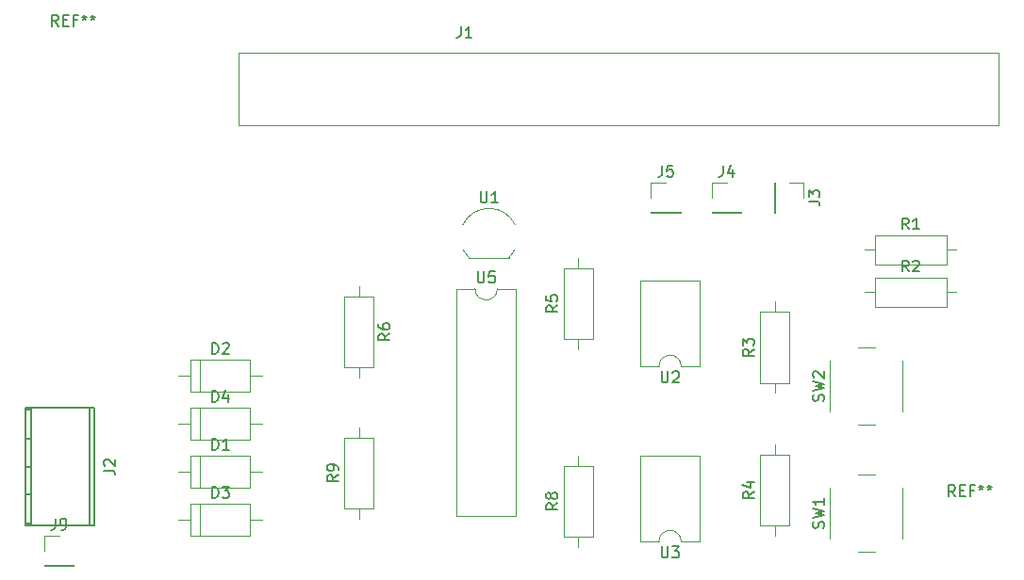
<source format=gbr>
G04 #@! TF.FileFunction,Legend,Top*
%FSLAX46Y46*%
G04 Gerber Fmt 4.6, Leading zero omitted, Abs format (unit mm)*
G04 Created by KiCad (PCBNEW 4.0.6+dfsg1-1) date Sun Dec 10 15:34:36 2017*
%MOMM*%
%LPD*%
G01*
G04 APERTURE LIST*
%ADD10C,1.000000*%
%ADD11C,0.120000*%
%ADD12C,0.150000*%
G04 APERTURE END LIST*
D10*
D11*
X84155001Y-50309500D02*
X152465001Y-50309500D01*
X84155001Y-50309500D02*
X84155001Y-56899500D01*
X152465001Y-56899500D02*
X152465001Y-50309500D01*
X152465001Y-56899500D02*
X84155001Y-56899500D01*
D12*
X71234300Y-92867480D02*
X71234300Y-82265520D01*
X70835520Y-82265520D02*
X70835520Y-92867480D01*
X65534540Y-82265520D02*
X65534540Y-92867480D01*
X65036700Y-92867480D02*
X65036700Y-82265520D01*
X65534540Y-90063320D02*
X65036700Y-90063320D01*
X65534540Y-87566500D02*
X65036700Y-87566500D01*
X65036700Y-82468720D02*
X65534540Y-82468720D01*
X65534540Y-92666820D02*
X65036700Y-92666820D01*
X65036700Y-85069680D02*
X65534540Y-85069680D01*
X65036700Y-92864940D02*
X71234300Y-92864940D01*
X71234300Y-82270600D02*
X65036700Y-82270600D01*
D11*
X143803000Y-93996000D02*
X143803000Y-89496000D01*
X139803000Y-95246000D02*
X141303000Y-95246000D01*
X137303000Y-89496000D02*
X137303000Y-93996000D01*
X141303000Y-88246000D02*
X139803000Y-88246000D01*
X143803000Y-82566000D02*
X143803000Y-78066000D01*
X139803000Y-83816000D02*
X141303000Y-83816000D01*
X137303000Y-78066000D02*
X137303000Y-82566000D01*
X141303000Y-76816000D02*
X139803000Y-76816000D01*
X104880000Y-68779000D02*
X108480000Y-68779000D01*
X104355816Y-68051795D02*
G75*
G03X104880000Y-68779000I2324184J1122795D01*
G01*
X104323600Y-65830193D02*
G75*
G02X106680000Y-64329000I2356400J-1098807D01*
G01*
X109036400Y-65830193D02*
G75*
G03X106680000Y-64329000I-2356400J-1098807D01*
G01*
X109004184Y-68051795D02*
G75*
G02X108480000Y-68779000I-2324184J1122795D01*
G01*
X121936000Y-78546000D02*
G75*
G02X123936000Y-78546000I1000000J0D01*
G01*
X123936000Y-78546000D02*
X125586000Y-78546000D01*
X125586000Y-78546000D02*
X125586000Y-70806000D01*
X125586000Y-70806000D02*
X120286000Y-70806000D01*
X120286000Y-70806000D02*
X120286000Y-78546000D01*
X120286000Y-78546000D02*
X121936000Y-78546000D01*
X121936000Y-94294000D02*
G75*
G02X123936000Y-94294000I1000000J0D01*
G01*
X123936000Y-94294000D02*
X125586000Y-94294000D01*
X125586000Y-94294000D02*
X125586000Y-86554000D01*
X125586000Y-86554000D02*
X120286000Y-86554000D01*
X120286000Y-86554000D02*
X120286000Y-94294000D01*
X120286000Y-94294000D02*
X121936000Y-94294000D01*
X79890000Y-86601000D02*
X79890000Y-89421000D01*
X79890000Y-89421000D02*
X85210000Y-89421000D01*
X85210000Y-89421000D02*
X85210000Y-86601000D01*
X85210000Y-86601000D02*
X79890000Y-86601000D01*
X78750000Y-88011000D02*
X79890000Y-88011000D01*
X86350000Y-88011000D02*
X85210000Y-88011000D01*
X80730000Y-86601000D02*
X80730000Y-89421000D01*
X79890000Y-77965000D02*
X79890000Y-80785000D01*
X79890000Y-80785000D02*
X85210000Y-80785000D01*
X85210000Y-80785000D02*
X85210000Y-77965000D01*
X85210000Y-77965000D02*
X79890000Y-77965000D01*
X78750000Y-79375000D02*
X79890000Y-79375000D01*
X86350000Y-79375000D02*
X85210000Y-79375000D01*
X80730000Y-77965000D02*
X80730000Y-80785000D01*
X79890000Y-90919000D02*
X79890000Y-93739000D01*
X79890000Y-93739000D02*
X85210000Y-93739000D01*
X85210000Y-93739000D02*
X85210000Y-90919000D01*
X85210000Y-90919000D02*
X79890000Y-90919000D01*
X78750000Y-92329000D02*
X79890000Y-92329000D01*
X86350000Y-92329000D02*
X85210000Y-92329000D01*
X80730000Y-90919000D02*
X80730000Y-93739000D01*
X79890000Y-82283000D02*
X79890000Y-85103000D01*
X79890000Y-85103000D02*
X85210000Y-85103000D01*
X85210000Y-85103000D02*
X85210000Y-82283000D01*
X85210000Y-82283000D02*
X79890000Y-82283000D01*
X78750000Y-83693000D02*
X79890000Y-83693000D01*
X86350000Y-83693000D02*
X85210000Y-83693000D01*
X80730000Y-82283000D02*
X80730000Y-85103000D01*
X126686000Y-64643000D02*
X126686000Y-64703000D01*
X126686000Y-64703000D02*
X129346000Y-64703000D01*
X129346000Y-64703000D02*
X129346000Y-64643000D01*
X129346000Y-64643000D02*
X126686000Y-64643000D01*
X126686000Y-63373000D02*
X126686000Y-62043000D01*
X126686000Y-62043000D02*
X128016000Y-62043000D01*
X121225000Y-64643000D02*
X121225000Y-64703000D01*
X121225000Y-64703000D02*
X123885000Y-64703000D01*
X123885000Y-64703000D02*
X123885000Y-64643000D01*
X123885000Y-64643000D02*
X121225000Y-64643000D01*
X121225000Y-63373000D02*
X121225000Y-62043000D01*
X121225000Y-62043000D02*
X122555000Y-62043000D01*
X66742000Y-96393000D02*
X66742000Y-96453000D01*
X66742000Y-96453000D02*
X69402000Y-96453000D01*
X69402000Y-96453000D02*
X69402000Y-96393000D01*
X69402000Y-96393000D02*
X66742000Y-96393000D01*
X66742000Y-95123000D02*
X66742000Y-93793000D01*
X66742000Y-93793000D02*
X68072000Y-93793000D01*
X141316000Y-66762000D02*
X141316000Y-69382000D01*
X141316000Y-69382000D02*
X147736000Y-69382000D01*
X147736000Y-69382000D02*
X147736000Y-66762000D01*
X147736000Y-66762000D02*
X141316000Y-66762000D01*
X140426000Y-68072000D02*
X141316000Y-68072000D01*
X148626000Y-68072000D02*
X147736000Y-68072000D01*
X141316000Y-70572000D02*
X141316000Y-73192000D01*
X141316000Y-73192000D02*
X147736000Y-73192000D01*
X147736000Y-73192000D02*
X147736000Y-70572000D01*
X147736000Y-70572000D02*
X141316000Y-70572000D01*
X140426000Y-71882000D02*
X141316000Y-71882000D01*
X148626000Y-71882000D02*
X147736000Y-71882000D01*
X131024000Y-80045000D02*
X133644000Y-80045000D01*
X133644000Y-80045000D02*
X133644000Y-73625000D01*
X133644000Y-73625000D02*
X131024000Y-73625000D01*
X131024000Y-73625000D02*
X131024000Y-80045000D01*
X132334000Y-80935000D02*
X132334000Y-80045000D01*
X132334000Y-72735000D02*
X132334000Y-73625000D01*
X131024000Y-92872000D02*
X133644000Y-92872000D01*
X133644000Y-92872000D02*
X133644000Y-86452000D01*
X133644000Y-86452000D02*
X131024000Y-86452000D01*
X131024000Y-86452000D02*
X131024000Y-92872000D01*
X132334000Y-93762000D02*
X132334000Y-92872000D01*
X132334000Y-85562000D02*
X132334000Y-86452000D01*
X113371000Y-76108000D02*
X115991000Y-76108000D01*
X115991000Y-76108000D02*
X115991000Y-69688000D01*
X115991000Y-69688000D02*
X113371000Y-69688000D01*
X113371000Y-69688000D02*
X113371000Y-76108000D01*
X114681000Y-76998000D02*
X114681000Y-76108000D01*
X114681000Y-68798000D02*
X114681000Y-69688000D01*
X96306000Y-72228000D02*
X93686000Y-72228000D01*
X93686000Y-72228000D02*
X93686000Y-78648000D01*
X93686000Y-78648000D02*
X96306000Y-78648000D01*
X96306000Y-78648000D02*
X96306000Y-72228000D01*
X94996000Y-71338000D02*
X94996000Y-72228000D01*
X94996000Y-79538000D02*
X94996000Y-78648000D01*
X113371000Y-93888000D02*
X115991000Y-93888000D01*
X115991000Y-93888000D02*
X115991000Y-87468000D01*
X115991000Y-87468000D02*
X113371000Y-87468000D01*
X113371000Y-87468000D02*
X113371000Y-93888000D01*
X114681000Y-94778000D02*
X114681000Y-93888000D01*
X114681000Y-86578000D02*
X114681000Y-87468000D01*
X93686000Y-91348000D02*
X96306000Y-91348000D01*
X96306000Y-91348000D02*
X96306000Y-84928000D01*
X96306000Y-84928000D02*
X93686000Y-84928000D01*
X93686000Y-84928000D02*
X93686000Y-91348000D01*
X94996000Y-92238000D02*
X94996000Y-91348000D01*
X94996000Y-84038000D02*
X94996000Y-84928000D01*
X107426000Y-71568000D02*
G75*
G02X105426000Y-71568000I-1000000J0D01*
G01*
X105426000Y-71568000D02*
X103776000Y-71568000D01*
X103776000Y-71568000D02*
X103776000Y-92008000D01*
X103776000Y-92008000D02*
X109076000Y-92008000D01*
X109076000Y-92008000D02*
X109076000Y-71568000D01*
X109076000Y-71568000D02*
X107426000Y-71568000D01*
X132334000Y-62043000D02*
X132274000Y-62043000D01*
X132274000Y-62043000D02*
X132274000Y-64703000D01*
X132274000Y-64703000D02*
X132334000Y-64703000D01*
X132334000Y-64703000D02*
X132334000Y-62043000D01*
X133604000Y-62043000D02*
X134934000Y-62043000D01*
X134934000Y-62043000D02*
X134934000Y-63373000D01*
D12*
X104131668Y-47981881D02*
X104131668Y-48696167D01*
X104084048Y-48839024D01*
X103988810Y-48934262D01*
X103845953Y-48981881D01*
X103750715Y-48981881D01*
X105131668Y-48981881D02*
X104560239Y-48981881D01*
X104845953Y-48981881D02*
X104845953Y-47981881D01*
X104750715Y-48124738D01*
X104655477Y-48219976D01*
X104560239Y-48267595D01*
X72088761Y-87899833D02*
X72803047Y-87899833D01*
X72945904Y-87947453D01*
X73041142Y-88042691D01*
X73088761Y-88185548D01*
X73088761Y-88280786D01*
X72183999Y-87471262D02*
X72136380Y-87423643D01*
X72088761Y-87328405D01*
X72088761Y-87090309D01*
X72136380Y-86995071D01*
X72183999Y-86947452D01*
X72279237Y-86899833D01*
X72374475Y-86899833D01*
X72517332Y-86947452D01*
X73088761Y-87518881D01*
X73088761Y-86899833D01*
X136707762Y-93079333D02*
X136755381Y-92936476D01*
X136755381Y-92698380D01*
X136707762Y-92603142D01*
X136660143Y-92555523D01*
X136564905Y-92507904D01*
X136469667Y-92507904D01*
X136374429Y-92555523D01*
X136326810Y-92603142D01*
X136279190Y-92698380D01*
X136231571Y-92888857D01*
X136183952Y-92984095D01*
X136136333Y-93031714D01*
X136041095Y-93079333D01*
X135945857Y-93079333D01*
X135850619Y-93031714D01*
X135803000Y-92984095D01*
X135755381Y-92888857D01*
X135755381Y-92650761D01*
X135803000Y-92507904D01*
X135755381Y-92174571D02*
X136755381Y-91936476D01*
X136041095Y-91745999D01*
X136755381Y-91555523D01*
X135755381Y-91317428D01*
X136755381Y-90412666D02*
X136755381Y-90984095D01*
X136755381Y-90698381D02*
X135755381Y-90698381D01*
X135898238Y-90793619D01*
X135993476Y-90888857D01*
X136041095Y-90984095D01*
X136707762Y-81649333D02*
X136755381Y-81506476D01*
X136755381Y-81268380D01*
X136707762Y-81173142D01*
X136660143Y-81125523D01*
X136564905Y-81077904D01*
X136469667Y-81077904D01*
X136374429Y-81125523D01*
X136326810Y-81173142D01*
X136279190Y-81268380D01*
X136231571Y-81458857D01*
X136183952Y-81554095D01*
X136136333Y-81601714D01*
X136041095Y-81649333D01*
X135945857Y-81649333D01*
X135850619Y-81601714D01*
X135803000Y-81554095D01*
X135755381Y-81458857D01*
X135755381Y-81220761D01*
X135803000Y-81077904D01*
X135755381Y-80744571D02*
X136755381Y-80506476D01*
X136041095Y-80315999D01*
X136755381Y-80125523D01*
X135755381Y-79887428D01*
X135850619Y-79554095D02*
X135803000Y-79506476D01*
X135755381Y-79411238D01*
X135755381Y-79173142D01*
X135803000Y-79077904D01*
X135850619Y-79030285D01*
X135945857Y-78982666D01*
X136041095Y-78982666D01*
X136183952Y-79030285D01*
X136755381Y-79601714D01*
X136755381Y-78982666D01*
X105918095Y-62821381D02*
X105918095Y-63630905D01*
X105965714Y-63726143D01*
X106013333Y-63773762D01*
X106108571Y-63821381D01*
X106299048Y-63821381D01*
X106394286Y-63773762D01*
X106441905Y-63726143D01*
X106489524Y-63630905D01*
X106489524Y-62821381D01*
X107489524Y-63821381D02*
X106918095Y-63821381D01*
X107203809Y-63821381D02*
X107203809Y-62821381D01*
X107108571Y-62964238D01*
X107013333Y-63059476D01*
X106918095Y-63107095D01*
X122174095Y-78998381D02*
X122174095Y-79807905D01*
X122221714Y-79903143D01*
X122269333Y-79950762D01*
X122364571Y-79998381D01*
X122555048Y-79998381D01*
X122650286Y-79950762D01*
X122697905Y-79903143D01*
X122745524Y-79807905D01*
X122745524Y-78998381D01*
X123174095Y-79093619D02*
X123221714Y-79046000D01*
X123316952Y-78998381D01*
X123555048Y-78998381D01*
X123650286Y-79046000D01*
X123697905Y-79093619D01*
X123745524Y-79188857D01*
X123745524Y-79284095D01*
X123697905Y-79426952D01*
X123126476Y-79998381D01*
X123745524Y-79998381D01*
X122174095Y-94746381D02*
X122174095Y-95555905D01*
X122221714Y-95651143D01*
X122269333Y-95698762D01*
X122364571Y-95746381D01*
X122555048Y-95746381D01*
X122650286Y-95698762D01*
X122697905Y-95651143D01*
X122745524Y-95555905D01*
X122745524Y-94746381D01*
X123126476Y-94746381D02*
X123745524Y-94746381D01*
X123412190Y-95127333D01*
X123555048Y-95127333D01*
X123650286Y-95174952D01*
X123697905Y-95222571D01*
X123745524Y-95317810D01*
X123745524Y-95555905D01*
X123697905Y-95651143D01*
X123650286Y-95698762D01*
X123555048Y-95746381D01*
X123269333Y-95746381D01*
X123174095Y-95698762D01*
X123126476Y-95651143D01*
X81811905Y-86053381D02*
X81811905Y-85053381D01*
X82050000Y-85053381D01*
X82192858Y-85101000D01*
X82288096Y-85196238D01*
X82335715Y-85291476D01*
X82383334Y-85481952D01*
X82383334Y-85624810D01*
X82335715Y-85815286D01*
X82288096Y-85910524D01*
X82192858Y-86005762D01*
X82050000Y-86053381D01*
X81811905Y-86053381D01*
X83335715Y-86053381D02*
X82764286Y-86053381D01*
X83050000Y-86053381D02*
X83050000Y-85053381D01*
X82954762Y-85196238D01*
X82859524Y-85291476D01*
X82764286Y-85339095D01*
X81811905Y-77417381D02*
X81811905Y-76417381D01*
X82050000Y-76417381D01*
X82192858Y-76465000D01*
X82288096Y-76560238D01*
X82335715Y-76655476D01*
X82383334Y-76845952D01*
X82383334Y-76988810D01*
X82335715Y-77179286D01*
X82288096Y-77274524D01*
X82192858Y-77369762D01*
X82050000Y-77417381D01*
X81811905Y-77417381D01*
X82764286Y-76512619D02*
X82811905Y-76465000D01*
X82907143Y-76417381D01*
X83145239Y-76417381D01*
X83240477Y-76465000D01*
X83288096Y-76512619D01*
X83335715Y-76607857D01*
X83335715Y-76703095D01*
X83288096Y-76845952D01*
X82716667Y-77417381D01*
X83335715Y-77417381D01*
X81811905Y-90371381D02*
X81811905Y-89371381D01*
X82050000Y-89371381D01*
X82192858Y-89419000D01*
X82288096Y-89514238D01*
X82335715Y-89609476D01*
X82383334Y-89799952D01*
X82383334Y-89942810D01*
X82335715Y-90133286D01*
X82288096Y-90228524D01*
X82192858Y-90323762D01*
X82050000Y-90371381D01*
X81811905Y-90371381D01*
X82716667Y-89371381D02*
X83335715Y-89371381D01*
X83002381Y-89752333D01*
X83145239Y-89752333D01*
X83240477Y-89799952D01*
X83288096Y-89847571D01*
X83335715Y-89942810D01*
X83335715Y-90180905D01*
X83288096Y-90276143D01*
X83240477Y-90323762D01*
X83145239Y-90371381D01*
X82859524Y-90371381D01*
X82764286Y-90323762D01*
X82716667Y-90276143D01*
X81811905Y-81735381D02*
X81811905Y-80735381D01*
X82050000Y-80735381D01*
X82192858Y-80783000D01*
X82288096Y-80878238D01*
X82335715Y-80973476D01*
X82383334Y-81163952D01*
X82383334Y-81306810D01*
X82335715Y-81497286D01*
X82288096Y-81592524D01*
X82192858Y-81687762D01*
X82050000Y-81735381D01*
X81811905Y-81735381D01*
X83240477Y-81068714D02*
X83240477Y-81735381D01*
X83002381Y-80687762D02*
X82764286Y-81402048D01*
X83383334Y-81402048D01*
X127682667Y-60495381D02*
X127682667Y-61209667D01*
X127635047Y-61352524D01*
X127539809Y-61447762D01*
X127396952Y-61495381D01*
X127301714Y-61495381D01*
X128587429Y-60828714D02*
X128587429Y-61495381D01*
X128349333Y-60447762D02*
X128111238Y-61162048D01*
X128730286Y-61162048D01*
X122221667Y-60495381D02*
X122221667Y-61209667D01*
X122174047Y-61352524D01*
X122078809Y-61447762D01*
X121935952Y-61495381D01*
X121840714Y-61495381D01*
X123174048Y-60495381D02*
X122697857Y-60495381D01*
X122650238Y-60971571D01*
X122697857Y-60923952D01*
X122793095Y-60876333D01*
X123031191Y-60876333D01*
X123126429Y-60923952D01*
X123174048Y-60971571D01*
X123221667Y-61066810D01*
X123221667Y-61304905D01*
X123174048Y-61400143D01*
X123126429Y-61447762D01*
X123031191Y-61495381D01*
X122793095Y-61495381D01*
X122697857Y-61447762D01*
X122650238Y-61400143D01*
X67738667Y-92245381D02*
X67738667Y-92959667D01*
X67691047Y-93102524D01*
X67595809Y-93197762D01*
X67452952Y-93245381D01*
X67357714Y-93245381D01*
X68262476Y-93245381D02*
X68452952Y-93245381D01*
X68548191Y-93197762D01*
X68595810Y-93150143D01*
X68691048Y-93007286D01*
X68738667Y-92816810D01*
X68738667Y-92435857D01*
X68691048Y-92340619D01*
X68643429Y-92293000D01*
X68548191Y-92245381D01*
X68357714Y-92245381D01*
X68262476Y-92293000D01*
X68214857Y-92340619D01*
X68167238Y-92435857D01*
X68167238Y-92673952D01*
X68214857Y-92769190D01*
X68262476Y-92816810D01*
X68357714Y-92864429D01*
X68548191Y-92864429D01*
X68643429Y-92816810D01*
X68691048Y-92769190D01*
X68738667Y-92673952D01*
X144359334Y-66214381D02*
X144026000Y-65738190D01*
X143787905Y-66214381D02*
X143787905Y-65214381D01*
X144168858Y-65214381D01*
X144264096Y-65262000D01*
X144311715Y-65309619D01*
X144359334Y-65404857D01*
X144359334Y-65547714D01*
X144311715Y-65642952D01*
X144264096Y-65690571D01*
X144168858Y-65738190D01*
X143787905Y-65738190D01*
X145311715Y-66214381D02*
X144740286Y-66214381D01*
X145026000Y-66214381D02*
X145026000Y-65214381D01*
X144930762Y-65357238D01*
X144835524Y-65452476D01*
X144740286Y-65500095D01*
X144359334Y-70024381D02*
X144026000Y-69548190D01*
X143787905Y-70024381D02*
X143787905Y-69024381D01*
X144168858Y-69024381D01*
X144264096Y-69072000D01*
X144311715Y-69119619D01*
X144359334Y-69214857D01*
X144359334Y-69357714D01*
X144311715Y-69452952D01*
X144264096Y-69500571D01*
X144168858Y-69548190D01*
X143787905Y-69548190D01*
X144740286Y-69119619D02*
X144787905Y-69072000D01*
X144883143Y-69024381D01*
X145121239Y-69024381D01*
X145216477Y-69072000D01*
X145264096Y-69119619D01*
X145311715Y-69214857D01*
X145311715Y-69310095D01*
X145264096Y-69452952D01*
X144692667Y-70024381D01*
X145311715Y-70024381D01*
X130476381Y-77001666D02*
X130000190Y-77335000D01*
X130476381Y-77573095D02*
X129476381Y-77573095D01*
X129476381Y-77192142D01*
X129524000Y-77096904D01*
X129571619Y-77049285D01*
X129666857Y-77001666D01*
X129809714Y-77001666D01*
X129904952Y-77049285D01*
X129952571Y-77096904D01*
X130000190Y-77192142D01*
X130000190Y-77573095D01*
X129476381Y-76668333D02*
X129476381Y-76049285D01*
X129857333Y-76382619D01*
X129857333Y-76239761D01*
X129904952Y-76144523D01*
X129952571Y-76096904D01*
X130047810Y-76049285D01*
X130285905Y-76049285D01*
X130381143Y-76096904D01*
X130428762Y-76144523D01*
X130476381Y-76239761D01*
X130476381Y-76525476D01*
X130428762Y-76620714D01*
X130381143Y-76668333D01*
X130476381Y-89828666D02*
X130000190Y-90162000D01*
X130476381Y-90400095D02*
X129476381Y-90400095D01*
X129476381Y-90019142D01*
X129524000Y-89923904D01*
X129571619Y-89876285D01*
X129666857Y-89828666D01*
X129809714Y-89828666D01*
X129904952Y-89876285D01*
X129952571Y-89923904D01*
X130000190Y-90019142D01*
X130000190Y-90400095D01*
X129809714Y-88971523D02*
X130476381Y-88971523D01*
X129428762Y-89209619D02*
X130143048Y-89447714D01*
X130143048Y-88828666D01*
X112823381Y-73064666D02*
X112347190Y-73398000D01*
X112823381Y-73636095D02*
X111823381Y-73636095D01*
X111823381Y-73255142D01*
X111871000Y-73159904D01*
X111918619Y-73112285D01*
X112013857Y-73064666D01*
X112156714Y-73064666D01*
X112251952Y-73112285D01*
X112299571Y-73159904D01*
X112347190Y-73255142D01*
X112347190Y-73636095D01*
X111823381Y-72159904D02*
X111823381Y-72636095D01*
X112299571Y-72683714D01*
X112251952Y-72636095D01*
X112204333Y-72540857D01*
X112204333Y-72302761D01*
X112251952Y-72207523D01*
X112299571Y-72159904D01*
X112394810Y-72112285D01*
X112632905Y-72112285D01*
X112728143Y-72159904D01*
X112775762Y-72207523D01*
X112823381Y-72302761D01*
X112823381Y-72540857D01*
X112775762Y-72636095D01*
X112728143Y-72683714D01*
X97758381Y-75604666D02*
X97282190Y-75938000D01*
X97758381Y-76176095D02*
X96758381Y-76176095D01*
X96758381Y-75795142D01*
X96806000Y-75699904D01*
X96853619Y-75652285D01*
X96948857Y-75604666D01*
X97091714Y-75604666D01*
X97186952Y-75652285D01*
X97234571Y-75699904D01*
X97282190Y-75795142D01*
X97282190Y-76176095D01*
X96758381Y-74747523D02*
X96758381Y-74938000D01*
X96806000Y-75033238D01*
X96853619Y-75080857D01*
X96996476Y-75176095D01*
X97186952Y-75223714D01*
X97567905Y-75223714D01*
X97663143Y-75176095D01*
X97710762Y-75128476D01*
X97758381Y-75033238D01*
X97758381Y-74842761D01*
X97710762Y-74747523D01*
X97663143Y-74699904D01*
X97567905Y-74652285D01*
X97329810Y-74652285D01*
X97234571Y-74699904D01*
X97186952Y-74747523D01*
X97139333Y-74842761D01*
X97139333Y-75033238D01*
X97186952Y-75128476D01*
X97234571Y-75176095D01*
X97329810Y-75223714D01*
X112823381Y-90844666D02*
X112347190Y-91178000D01*
X112823381Y-91416095D02*
X111823381Y-91416095D01*
X111823381Y-91035142D01*
X111871000Y-90939904D01*
X111918619Y-90892285D01*
X112013857Y-90844666D01*
X112156714Y-90844666D01*
X112251952Y-90892285D01*
X112299571Y-90939904D01*
X112347190Y-91035142D01*
X112347190Y-91416095D01*
X112251952Y-90273238D02*
X112204333Y-90368476D01*
X112156714Y-90416095D01*
X112061476Y-90463714D01*
X112013857Y-90463714D01*
X111918619Y-90416095D01*
X111871000Y-90368476D01*
X111823381Y-90273238D01*
X111823381Y-90082761D01*
X111871000Y-89987523D01*
X111918619Y-89939904D01*
X112013857Y-89892285D01*
X112061476Y-89892285D01*
X112156714Y-89939904D01*
X112204333Y-89987523D01*
X112251952Y-90082761D01*
X112251952Y-90273238D01*
X112299571Y-90368476D01*
X112347190Y-90416095D01*
X112442429Y-90463714D01*
X112632905Y-90463714D01*
X112728143Y-90416095D01*
X112775762Y-90368476D01*
X112823381Y-90273238D01*
X112823381Y-90082761D01*
X112775762Y-89987523D01*
X112728143Y-89939904D01*
X112632905Y-89892285D01*
X112442429Y-89892285D01*
X112347190Y-89939904D01*
X112299571Y-89987523D01*
X112251952Y-90082761D01*
X93138381Y-88304666D02*
X92662190Y-88638000D01*
X93138381Y-88876095D02*
X92138381Y-88876095D01*
X92138381Y-88495142D01*
X92186000Y-88399904D01*
X92233619Y-88352285D01*
X92328857Y-88304666D01*
X92471714Y-88304666D01*
X92566952Y-88352285D01*
X92614571Y-88399904D01*
X92662190Y-88495142D01*
X92662190Y-88876095D01*
X93138381Y-87828476D02*
X93138381Y-87638000D01*
X93090762Y-87542761D01*
X93043143Y-87495142D01*
X92900286Y-87399904D01*
X92709810Y-87352285D01*
X92328857Y-87352285D01*
X92233619Y-87399904D01*
X92186000Y-87447523D01*
X92138381Y-87542761D01*
X92138381Y-87733238D01*
X92186000Y-87828476D01*
X92233619Y-87876095D01*
X92328857Y-87923714D01*
X92566952Y-87923714D01*
X92662190Y-87876095D01*
X92709810Y-87828476D01*
X92757429Y-87733238D01*
X92757429Y-87542761D01*
X92709810Y-87447523D01*
X92662190Y-87399904D01*
X92566952Y-87352285D01*
X105664095Y-70020381D02*
X105664095Y-70829905D01*
X105711714Y-70925143D01*
X105759333Y-70972762D01*
X105854571Y-71020381D01*
X106045048Y-71020381D01*
X106140286Y-70972762D01*
X106187905Y-70925143D01*
X106235524Y-70829905D01*
X106235524Y-70020381D01*
X107187905Y-70020381D02*
X106711714Y-70020381D01*
X106664095Y-70496571D01*
X106711714Y-70448952D01*
X106806952Y-70401333D01*
X107045048Y-70401333D01*
X107140286Y-70448952D01*
X107187905Y-70496571D01*
X107235524Y-70591810D01*
X107235524Y-70829905D01*
X107187905Y-70925143D01*
X107140286Y-70972762D01*
X107045048Y-71020381D01*
X106806952Y-71020381D01*
X106711714Y-70972762D01*
X106664095Y-70925143D01*
X68008667Y-47941381D02*
X67675333Y-47465190D01*
X67437238Y-47941381D02*
X67437238Y-46941381D01*
X67818191Y-46941381D01*
X67913429Y-46989000D01*
X67961048Y-47036619D01*
X68008667Y-47131857D01*
X68008667Y-47274714D01*
X67961048Y-47369952D01*
X67913429Y-47417571D01*
X67818191Y-47465190D01*
X67437238Y-47465190D01*
X68437238Y-47417571D02*
X68770572Y-47417571D01*
X68913429Y-47941381D02*
X68437238Y-47941381D01*
X68437238Y-46941381D01*
X68913429Y-46941381D01*
X69675334Y-47417571D02*
X69342000Y-47417571D01*
X69342000Y-47941381D02*
X69342000Y-46941381D01*
X69818191Y-46941381D01*
X70342000Y-46941381D02*
X70342000Y-47179476D01*
X70103905Y-47084238D02*
X70342000Y-47179476D01*
X70580096Y-47084238D01*
X70199143Y-47369952D02*
X70342000Y-47179476D01*
X70484858Y-47369952D01*
X71103905Y-46941381D02*
X71103905Y-47179476D01*
X70865810Y-47084238D02*
X71103905Y-47179476D01*
X71342001Y-47084238D01*
X70961048Y-47369952D02*
X71103905Y-47179476D01*
X71246763Y-47369952D01*
X148526667Y-90232381D02*
X148193333Y-89756190D01*
X147955238Y-90232381D02*
X147955238Y-89232381D01*
X148336191Y-89232381D01*
X148431429Y-89280000D01*
X148479048Y-89327619D01*
X148526667Y-89422857D01*
X148526667Y-89565714D01*
X148479048Y-89660952D01*
X148431429Y-89708571D01*
X148336191Y-89756190D01*
X147955238Y-89756190D01*
X148955238Y-89708571D02*
X149288572Y-89708571D01*
X149431429Y-90232381D02*
X148955238Y-90232381D01*
X148955238Y-89232381D01*
X149431429Y-89232381D01*
X150193334Y-89708571D02*
X149860000Y-89708571D01*
X149860000Y-90232381D02*
X149860000Y-89232381D01*
X150336191Y-89232381D01*
X150860000Y-89232381D02*
X150860000Y-89470476D01*
X150621905Y-89375238D02*
X150860000Y-89470476D01*
X151098096Y-89375238D01*
X150717143Y-89660952D02*
X150860000Y-89470476D01*
X151002858Y-89660952D01*
X151621905Y-89232381D02*
X151621905Y-89470476D01*
X151383810Y-89375238D02*
X151621905Y-89470476D01*
X151860001Y-89375238D01*
X151479048Y-89660952D02*
X151621905Y-89470476D01*
X151764763Y-89660952D01*
X135386381Y-63706333D02*
X136100667Y-63706333D01*
X136243524Y-63753953D01*
X136338762Y-63849191D01*
X136386381Y-63992048D01*
X136386381Y-64087286D01*
X135386381Y-63325381D02*
X135386381Y-62706333D01*
X135767333Y-63039667D01*
X135767333Y-62896809D01*
X135814952Y-62801571D01*
X135862571Y-62753952D01*
X135957810Y-62706333D01*
X136195905Y-62706333D01*
X136291143Y-62753952D01*
X136338762Y-62801571D01*
X136386381Y-62896809D01*
X136386381Y-63182524D01*
X136338762Y-63277762D01*
X136291143Y-63325381D01*
M02*

</source>
